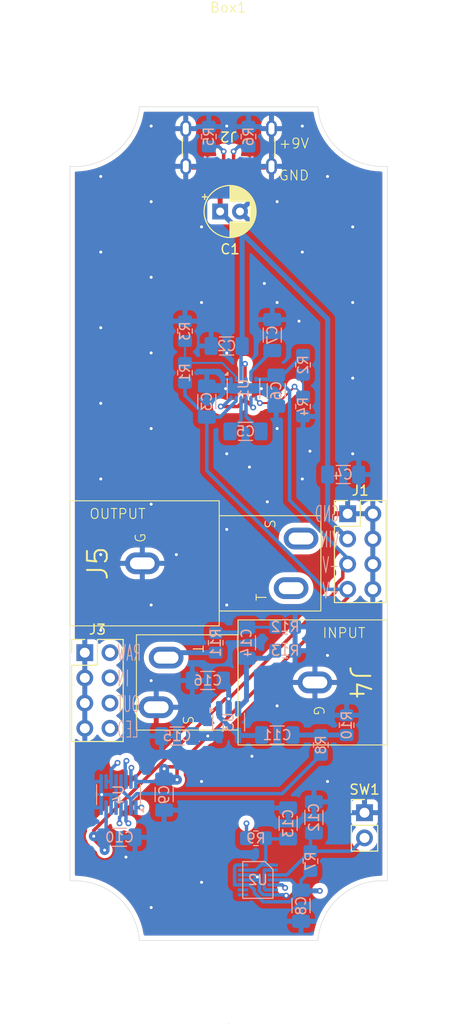
<source format=kicad_pcb>
(kicad_pcb (version 20240108) (generator "pcbnew") (generator_version "8.0")
  (layers (0 "F.Cu" jumper) (1 "In1.Cu" signal) (2 "In2.Cu" signal) (31 "B.Cu" signal) (34 "B.Paste" user) (35 "F.Paste" user) (36 "B.SilkS" user "B.Silkscreen") (37 "F.SilkS" user "F.Silkscreen") (38 "B.Mask" user) (39 "F.Mask" user) (44 "Edge.Cuts" user))
  (net 0 "")
  (net 1 "GND")
  (net 2 "VIN")
  (net 3 "Net-(C11-Pad2)")
  (net 4 "Net-(U1-C+)")
  (net 5 "Net-(U1-C-)")
  (net 6 "+V")
  (net 7 "Net-(U3--)")
  (net 8 "-V")
  (net 9 "LED")
  (net 10 "Net-(U1-CP)")
  (net 11 "Net-(U2A-C)")
  (net 12 "IN^{RAW}")
  (net 13 "OUT^{RAW}")
  (net 14 "CLR")
  (net 15 "BUFFERED")
  (net 16 "IN^{EFF}")
  (net 17 "OUT^{EFF}")
  (net 18 "IN")
  (net 19 "FB+")
  (net 20 "FB-")
  (net 21 "Net-(C14-Pad1)")
  (net 22 "Net-(J2-CC1)")
  (net 23 "EFF^{ENA}")
  (net 24 "Net-(J2-CC2)")
  (net 26 "Net-(U2A-D)")
  (footprint "Connector_PinHeader_2.54mm:PinHeader_2x04_P2.54mm_Vertical" (layer "F.Cu") (at 112 99)
    (property "Reference" "J1")
    (property "Value" "Conn_02x04_Odd_Even")
  )
  (footprint "Mylib:1590A" (layer "F.Cu") (at 100 100)
    (property "Reference" "Box1")
    (property "Value" "~")
  )
  (footprint "Connector_PinHeader_2.54mm:PinHeader_2x04_P2.54mm_Vertical" (layer "F.Cu") (at 85.5 113)
    (property "Reference" "J3")
    (property "Value" "Conn_02x04_Odd_Even")
  )
  (footprint "Mylib:CK-6.35" (layer "F.Cu") (at 103.2 116 180)
    (property "Reference" "J4")
    (property "Value" "AudioJack2_Ground")
  )
  (footprint "Capacitor_THT:CP_Radial_D5.0mm_P2.00mm" (layer "F.Cu") (at 99.144888 68.55)
    (property "Reference" "C1")
    (property "Value" "47uF")
  )
  (footprint "Connector_USB:USB_C_Receptacle_GCT_USB4125-xx-x-0190_6P_TopMnt_Horizontal" (layer "F.Cu") (at 100 61 180)
    (property "Reference" "J2")
    (property "Value" "USB_C_Receptacle_PowerOnly_6P")
  )
  (footprint "Mylib:CK-6.35" (layer "F.Cu") (at 96.8 104)
    (property "Reference" "J5")
    (property "Value" "AudioJack2_Ground")
  )
  (footprint "Connector_PinHeader_2.54mm:PinHeader_1x02_P2.54mm_Vertical" (layer "F.Cu") (at 113.7 129.125)
    (property "Reference" "SW1")
    (property "Value" "SW_Push")
  )
  (footprint "Package_SO:Texas_DYY0016A_TSOT-23-16_4.2x2.0mm_P0.5mm" (layer "B.Cu") (at 88.9 127.3 90)
    (property "Reference" "U4")
    (property "Value" "TMUX4053")
  )
  (footprint "Resistor_SMD:R_0805_2012Metric_Pad1.20x1.40mm_HandSolder" (layer "B.Cu") (at 98 61 90)
    (property "Reference" "R5")
    (property "Value" "5k1")
  )
  (footprint "Capacitor_SMD:C_1206_3216Metric_Pad1.33x1.80mm_HandSolder" (layer "B.Cu") (at 104.4 81 90)
    (property "Reference" "C7")
    (property "Value" "4.7uF")
  )
  (footprint "Capacitor_SMD:C_1206_3216Metric_Pad1.33x1.80mm_HandSolder" (layer "B.Cu") (at 89 131.6)
    (property "Reference" "C10")
    (property "Value" "0.1uF")
  )
  (footprint "Capacitor_SMD:C_1206_3216Metric_Pad1.33x1.80mm_HandSolder" (layer "B.Cu") (at 99.8 82.1 180)
    (property "Reference" "C2")
    (property "Value" "4.7uF")
  )
  (footprint "Package_SON:WSON-12-1EP_3x2mm_P0.5mm_EP1x2.65" (layer "B.Cu") (at 101.5 86.4 -90)
    (property "Reference" "U1")
    (property "Value" "LM27762")
  )
  (footprint "Resistor_SMD:R_0805_2012Metric_Pad1.20x1.40mm_HandSolder" (layer "B.Cu") (at 107.5 84 -90)
    (property "Reference" "R2")
    (property "Value" "200k")
  )
  (footprint "Capacitor_SMD:C_1206_3216Metric_Pad1.33x1.80mm_HandSolder" (layer "B.Cu") (at 104.9 121.3)
    (property "Reference" "C11")
    (property "Value" "1uF")
  )
  (footprint "Capacitor_SMD:C_1206_3216Metric_Pad1.33x1.80mm_HandSolder" (layer "B.Cu") (at 106 130.2 90)
    (property "Reference" "C13")
    (property "Value" "0.1uF")
  )
  (footprint "Capacitor_SMD:C_1206_3216Metric_Pad1.33x1.80mm_HandSolder" (layer "B.Cu") (at 101.7 90.7 180)
    (property "Reference" "C5")
    (property "Value" "1uF")
  )
  (footprint "Capacitor_SMD:C_1206_3216Metric_Pad1.33x1.80mm_HandSolder" (layer "B.Cu") (at 101.8 112 -90)
    (property "Reference" "C14")
    (property "Value" "0.1uF" (hide yes))
  )
  (footprint "Capacitor_SMD:C_1206_3216Metric_Pad1.33x1.80mm_HandSolder" (layer "B.Cu") (at 108.6 129.6 90)
    (property "Reference" "C12")
    (property "Value" "0.1uF")
  )
  (footprint "Resistor_SMD:R_0805_2012Metric_Pad1.20x1.40mm_HandSolder" (layer "B.Cu") (at 102.75 131.7)
    (property "Reference" "R9")
    (property "Value" "100k")
  )
  (footprint "Mylib:SOT-23-THIN-14" (layer "B.Cu") (at 102.95 135.9 180)
    (property "Reference" "U2")
    (property "Value" "74HC74")
  )
  (footprint "Resistor_SMD:R_0805_2012Metric_Pad1.20x1.40mm_HandSolder" (layer "B.Cu") (at 111.9 120.3 90)
    (property "Reference" "R10")
    (property "Value" "470k")
  )
  (footprint "Resistor_SMD:R_0805_2012Metric_Pad1.20x1.40mm_HandSolder" (layer "B.Cu") (at 98.7 112 90)
    (property "Reference" "R11")
    (property "Value" "10k" (hide yes))
  )
  (footprint "Resistor_SMD:R_0805_2012Metric_Pad1.20x1.40mm_HandSolder" (layer "B.Cu") (at 105.7 112.8)
    (property "Reference" "R13")
    (property "Value" "470k" (hide yes))
  )
  (footprint "Resistor_SMD:R_0805_2012Metric_Pad1.20x1.40mm_HandSolder" (layer "B.Cu") (at 108.25 134 90)
    (property "Reference" "R7")
    (property "Value" "100k")
  )
  (footprint "Resistor_SMD:R_0805_2012Metric_Pad1.20x1.40mm_HandSolder" (layer "B.Cu") (at 102 61 90)
    (property "Reference" "R6")
    (property "Value" "5k1")
  )
  (footprint "Resistor_SMD:R_0805_2012Metric_Pad1.20x1.40mm_HandSolder" (layer "B.Cu") (at 95.6 80.6 90)
    (property "Reference" "R3")
    (property "Value" "82k")
  )
  (footprint "Capacitor_SMD:C_1206_3216Metric_Pad1.33x1.80mm_HandSolder" (layer "B.Cu") (at 97.9 115.8 180)
    (property "Reference" "C16")
    (property "Value" "0.1uF" (hide yes))
  )
  (footprint "Resistor_SMD:R_0805_2012Metric_Pad1.20x1.40mm_HandSolder" (layer "B.Cu") (at 95.6 84.8 90)
    (property "Reference" "R1")
    (property "Value" "200k")
  )
  (footprint "Capacitor_SMD:C_1206_3216Metric_Pad1.33x1.80mm_HandSolder" (layer "B.Cu") (at 107.3 138.5 -90)
    (property "Reference" "C8")
    (property "Value" "0.1uF")
  )
  (footprint "Capacitor_SMD:C_1206_3216Metric_Pad1.33x1.80mm_HandSolder" (layer "B.Cu") (at 97.8 87.7 90)
    (property "Reference" "C3")
    (property "Value" "2.2uF")
  )
  (footprint "Resistor_SMD:R_0805_2012Metric_Pad1.20x1.40mm_HandSolder" (layer "B.Cu") (at 107.5 88.2 -90)
    (property "Reference" "R4")
    (property "Value" "82k")
  )
  (footprint "Capacitor_SMD:C_1206_3216Metric_Pad1.33x1.80mm_HandSolder" (layer "B.Cu") (at 111.55 95.05)
    (property "Reference" "C4")
    (property "Value" "1uF")
  )
  (footprint "Resistor_SMD:R_0805_2012Metric_Pad1.20x1.40mm_HandSolder" (layer "B.Cu") (at 109.3 122.3 -90)
    (property "Reference" "R8")
    (property "Value" "10k")
  )
  (footprint "Resistor_SMD:R_0805_2012Metric_Pad1.20x1.40mm_HandSolder" (layer "B.Cu") (at 105.7 110.4)
    (property "Reference" "R12")
    (property "Value" "1M0" (hide yes))
  )
  (footprint "Capacitor_SMD:C_1206_3216Metric_Pad1.33x1.80mm_HandSolder" (layer "B.Cu") (at 104.8 86.6 -90)
    (property "Reference" "C6")
    (property "Value" "2.2uF")
  )
  (footprint "Package_TO_SOT_SMD:SOT-23-5_HandSoldering" (layer "B.Cu") (at 100 120 -90)
    (property "Reference" "U3")
    (property "Value" "OPA1655" (hide yes))
  )
  (footprint "Capacitor_SMD:C_1206_3216Metric_Pad1.33x1.80mm_HandSolder" (layer "B.Cu") (at 94.8 121.4 180)
    (property "Reference" "C15")
    (property "Value" "0.1uF" (hide yes))
  )
  (footprint "Capacitor_SMD:C_1206_3216Metric_Pad1.33x1.80mm_HandSolder" (layer "B.Cu") (at 93.5 127.3 -90)
    (property "Reference" "C9")
    (property "Value" "0.1uF")
  )
  (gr_arc (start 109 142) (mid 111.257359 137.550253) (end 116 136) (stroke (width 0.05)) (layer "Edge.Cuts"))
  (gr_arc (start 91 58) (mid 88.742641 62.449747) (end 84 64) (stroke (width 0.05)) (layer "Edge.Cuts"))
  (gr_arc (start 116 64) (mid 111.261569 62.444812) (end 109 58) (stroke (width 0.05)) (layer "Edge.Cuts"))
  (gr_line (start 91 142) (end 109 142) (stroke (width 0.05)) (layer "Edge.Cuts"))
  (gr_line (start 116 64) (end 116 136) (stroke (width 0.05)) (layer "Edge.Cuts"))
  (gr_line (start 91 58) (end 109 58) (stroke (width 0.05)) (layer "Edge.Cuts"))
  (gr_line (start 84 136) (end 84 64) (stroke (width 0.05)) (layer "Edge.Cuts"))
  (gr_arc (start 84 136) (mid 88.742641 137.550253) (end 91 142) (stroke (width 0.05)) (layer "Edge.Cuts"))
  (gr_text "GND\nVIN\n-V\n+V" (at 111.2 107.7 0) (layer "B.SilkS") (effects (font (size 1.6 0.8) (thickness 0.1)) (justify left bottom mirror)))
  (gr_text "RAW\nIN\nOUT\nLED" (at 88.7 121.7 0) (layer "B.SilkS") (effects (font (size 1.6 0.8) (thickness 0.1)) (justify right bottom mirror)))
  (gr_text "INPUT" (at 109.4 111.6 0) (layer "F.SilkS") (effects (font (size 1 1) (thickness 0.1)) (justify left bottom)))
  (gr_text "+9V\n\nGND" (at 105 65.5 0) (layer "F.SilkS") (effects (font (size 1 1) (thickness 0.1)) (justify left bottom)))
  (gr_text "OUTPUT" (at 85.9 99.6 0) (layer "F.SilkS") (effects (font (size 1 1) (thickness 0.1)) (justify left bottom)))
  (via (at 103.6 75.8) (size 0.6) (drill 0.3) (layers "F.Cu" "B.Cu") (net 1))
  (via (at 92.19 90.4195) (size 0.6) (drill 0.3) (layers "F.Cu" "B.Cu") (net 1))
  (via (at 99.7 86.4) (size 0.6) (drill 0.3) (layers "F.Cu" "B.Cu") (net 1))
  (via (at 92.19 115.8195) (size 0.6) (drill 0.3) (layers "F.Cu" "B.Cu") (net 1))
  (via (at 92.19 98.0395) (size 0.6) (drill 0.3) (layers "F.Cu" "B.Cu") (net 1))
  (via (at 109.97 125.9795) (size 0.6) (drill 0.3) (layers "F.Cu" "B.Cu") (net 1))
  (via (at 92.19 59.9395) (size 0.6) (drill 0.3) (layers "F.Cu" "B.Cu") (net 1))
  (via (at 107.43 72.6395) (size 0.6) (drill 0.3) (layers "F.Cu" "B.Cu") (net 1))
  (via (at 107.43 95.4995) (size 0.6) (drill 0.3) (layers "F.Cu" "B.Cu") (net 1))
  (via (at 112.51 85.3395) (size 0.6) (drill 0.3) (layers "F.Cu" "B.Cu") (net 1))
  (via (at 87.11 87.8795) (size 0.6) (drill 0.3) (layers "F.Cu" "B.Cu") (net 1))
  (via (at 92.19 67.5595) (size 0.6) (drill 0.3) (layers "F.Cu" "B.Cu") (net 1))
  (via (at 104.89 67.5595) (size 0.6) (drill 0.3) (layers "F.Cu" "B.Cu") (net 1))
  (via (at 102.9 135.6) (size 0.6) (drill 0.3) (layers "F.Cu" "B.Cu") (net 1))
  (via (at 104.89 77.7195) (size 0.6) (drill 0.3) (layers "F.Cu" "B.Cu") (net 1))
  (via (at 99.81 59.9395) (size 0.6) (drill 0.3) (layers "F.Cu" "B.Cu") (net 1))
  (via (at 99.81 82.7995) (size 0.6) (drill 0.3) (layers "F.Cu" "B.Cu") (net 1))
  (via (at 109.97 65.0195) (size 0.6) (drill 0.3) (layers "F.Cu" "B.Cu") (net 1))
  (via (at 112.51 77.7195) (size 0.6) (drill 0.3) (layers "F.Cu" "B.Cu") (net 1))
  (via (at 112.51 70.0995) (size 0.6) (drill 0.3) (layers "F.Cu" "B.Cu") (net 1))
  (via (at 87.11 80.2595) (size 0.6) (drill 0.3) (layers "F.Cu" "B.Cu") (net 1))
  (via (at 109.97 113.2795) (size 0.6) (drill 0.3) (layers "F.Cu" "B.Cu") (net 1))
  (via (at 87.11 110.7395) (size 0.6) (drill 0.3) (layers "F.Cu" "B.Cu") (net 1))
  (via (at 89.65 133.5995) (size 0.6) (drill 0.3) (layers "F.Cu" "B.Cu") (net 1))
  (via (at 92.19 75.1795) (size 0.6) (drill 0.3) (layers "F.Cu" "B.Cu") (net 1))
  (via (at 94.73 103.1195) (size 0.6) (drill 0.3) (layers "F.Cu" "B.Cu") (net 1))
  (via (at 103.9 97.8) (size 0.6) (drill 0.3) (layers "F.Cu" "B.Cu") (net 1))
  (via (at 107.43 59.9395) (size 0.6) (drill 0.3) (layers "F.Cu" "B.Cu") (net 1))
  (via (at 92.19 138.6795) (size 0.6) (drill 0.3) (layers "F.Cu" "B.Cu") (net 1))
  (via (at 99.81 108.1995) (size 0.6) (drill 0.3) (layers "F.Cu" "B.Cu") (net 1))
  (via (at 102.35 123.4395) (size 0.6) (drill 0.3) (layers "F.Cu" "B.Cu") (net 1))
  (via (at 103.3 86.4) (size 0.6) (drill 0.3) (layers "F.Cu" "B.Cu") (net 1))
  (via (at 105.8 137.475) (size 0.6) (drill 0.3) (layers "F.Cu" "B.Cu") (net 1))
  (via (at 108.2 92.7) (size 0.6) (drill 0.3) (layers "F.Cu" "B.Cu") (net 1))
  (via (at 87.11 65.0195) (size 0.6) (drill 0.3) (layers "F.Cu" "B.Cu") (net 1))
  (via (at 97.27 70.0995) (size 0.6) (drill 0.3) (layers "F.Cu" "B.Cu") (net 1))
  (via (at 97.27 136.1395) (size 0.6) (drill 0.3) (layers "F.Cu" "B.Cu") (net 1))
  (via (at 87.11 72.6395) (size 0.6) (drill 0.3) (layers "F.Cu" "B.Cu") (net 1))
  (via (at 107.1 79.6) (size 0.6) (drill 0.3) (layers "F.Cu" "B.Cu") (net 1))
  (via (at 87.11 95.4995) (size 0.6) (drill 0.3) (layers "F.Cu" "B.Cu") (net 1))
  (via (at 99.81 100.5795) (size 0.6) (drill 0.3) (layers "F.Cu" "B.Cu") (net 1))
  (via (at 87.2 127.3) (size 0.6) (drill 0.3) (layers "F.Cu" "B.Cu") (net 1))
  (via (at 104.89 90.4195) (size 0.6) (drill 0.3) (layers "F.Cu" "B.Cu") (net 1))
  (via (at 87.11 103.1195) (size 0.6) (drill 0.3) (layers "F.Cu" "B.Cu") (net 1))
  (via (at 99.81 92.9595) (size 0.6) (drill 0.3) (layers "F.Cu" "B.Cu") (net 1))
  (via (at 97.27 125.9795) (size 0.6) (drill 0.3) (layers "F.Cu" "B.Cu") (net 1))
  (via (at 102.1 94.3) (size 0.6) (drill 0.3) (layers "F.Cu" "B.Cu") (net 1))
  (via (at 92.19 82.7995) (size 0.6) (drill 0.3) (layers "F.Cu" "B.Cu") (net 1))
  (via (at 97.27 77.7195) (size 0.6) (drill 0.3) (layers "F.Cu" "B.Cu") (net 1))
  (via (at 92.19 108.1995) (size 0.6) (drill 0.3) (layers "F.Cu" "B.Cu") (net 1))
  (via (at 112.51 92.9595) (size 0.6) (drill 0.3) (layers "F.Cu" "B.Cu") (net 1))
  (via (at 104.89 118.3595) (size 0.6) (drill 0.3) (layers "F.Cu" "B.Cu") (net 1))
  (segment (start 104.8 87.6) (end 104.8 88.1625) (width 1) (layer "B.Cu") (net 1))
  (segment (start 88.65 128.6125) (end 88.65 127.3) (width 0.35) (layer "B.Cu") (net 1))
  (segment (start 103.55 86.35) (end 104.8 87.6) (width 1) (layer "B.Cu") (net 1))
  (segment (start 87.15 128.6125) (end 86.7125 128.6125) (width 0.35) (layer "B.Cu") (net 1))
  (segment (start 88.65 127.3) (end 88.65 125.9875) (width 0.35) (layer "B.Cu") (net 1))
  (segment (start 87.15 128.6125) (end 87.15 127.35) (width 0.35) (layer "B.Cu") (net 1))
  (segment (start 101.45 135.9) (end 102.6 135.9) (width 0.35) (layer "B.Cu") (net 1))
  (segment (start 102.7 135.4) (end 102.9 135.6) (width 0.35) (layer "B.Cu") (net 1))
  (segment (start 88.2 127.3) (end 88.65 127.3) (width 0.35) (layer "B.Cu") (net 1))
  (segment (start 87.15 125.9875) (end 87.15 127.25) (width 0.35) (layer "B.Cu") (net 1))
  (segment (start 102.9 135.6) (end 103.1 135.8) (width 0.35) (layer "B.Cu") (net 1))
  (segment (start 86.4 126.2) (end 86.6125 125.9875) (width 0.35) (layer "B.Cu") (net 1))
  (segment (start 102.6 135.9) (end 102.9 135.6) (width 0.35) (layer "B.Cu") (net 1))
  (segment (start 103.492894 137.4) (end 104.45 137.4) (width 0.35) (layer "B.Cu") (net 1))
  (segment (start 86.4 128.3) (end 86.4 126.2) (width 0.35) (layer "B.Cu") (net 1))
  (segment (start 97.8 86.1375) (end 98.0125 86.35) (width 1) (layer "B.Cu") (net 1))
  (segment (start 105.725 137.4) (end 104.45 137.4) (width 0.35) (layer "B.Cu") (net 1))
  (segment (start 88.15 128.6125) (end 88.15 127.35) (width 0.35) (layer "B.Cu") (net 1))
  (segment (start 100.25 86.15) (end 100.5 86.4) (width 0.35) (layer "B.Cu") (net 1))
  (segment (start 101.45 135.4) (end 102.7 135.4) (width 0.35) (layer "B.Cu") (net 1))
  (segment (start 87.15 127.25) (end 87.2 127.3) (width 0.35) (layer "B.Cu") (net 1))
  (segment (start 100.25 85.45) (end 100.25 86.15) (width 0.35) (layer "B.Cu") (net 1))
  (segment (start 87.15 127.35) (end 87.2 127.3) (width 0.35) (layer "B.Cu") (net 1))
  (segment (start 103.1 135.8) (end 103.1 137.007106) (width 0.35) (layer "B.Cu") (net 1))
  (segment (start 103.1 137.007106) (end 103.492894 137.4) (width 0.35) (layer "B.Cu") (net 1))
  (segment (start 88.15 127.35) (end 88.2 127.3) (width 0.35) (layer "B.Cu") (net 1))
  (segment (start 86.7125 128.6125) (end 86.4 128.3) (width 0.35) (layer "B.Cu") (net 1))
  (segment (start 101.75 85.45) (end 101.75 86.15) (width 0.35) (layer "B.Cu") (net 1))
  (segment (start 98.0125 86.35) (end 103.55 86.35) (width 1) (layer "B.Cu") (net 1))
  (segment (start 105.8 137.475) (end 105.725 137.4) (width 0.35) (layer "B.Cu") (net 1))
  (segment (start 86.6125 125.9875) (end 87.15 125.9875) (width 0.35) (layer "B.Cu") (net 1))
  (segment (start 87.2 127.3) (end 88.2 127.3) (width 0.35) (layer "B.Cu") (net 1))
  (segment (start 101.52 64.68) (end 101.12 65.08) (width 0.5) (layer "F.Cu") (net 2))
  (segment (start 99.144888 68.55) (end 99.144888 65.285112) (width 0.5) (layer "F.Cu") (net 2))
  (segment (start 101.65 83.9) (end 101.65 87.475) (width 0.35) (layer "F.Cu") (net 2))
  (segment (start 99.144888 65.285112) (end 99.35 65.08) (width 0.5) (layer "F.Cu") (net 2))
  (segment (start 99.35 65.08) (end 98.86 65.08) (width 0.5) (layer "F.Cu") (net 2))
  (segment (start 101.65 87.475) (end 102.475 88.3) (width 0.35) (layer "F.Cu") (net 2))
  (segment (start 100.925 88.2) (end 101.65 87.475) (width 0.35) (layer "F.Cu") (net 2))
  (segment (start 99.2 88.2) (end 100.925 88.2) (width 0.35) (layer "F.Cu") (net 2))
  (segment (start 98.86 65.08) (end 98.48 64.7) (width 0.5) (layer "F.Cu") (net 2))
  (segment (start 101.12 65.08) (end 99.35 65.08) (width 0.5) (layer "F.Cu") (net 2))
  (segment (start 101.52 64.08) (end 101.52 64.68) (width 0.5) (layer "F.Cu") (net 2))
  (segment (start 98.48 64.7) (end 98.48 64.08) (width 0.5) (layer "F.Cu") (net 2))
  (via (at 109.2 137) (size 0.6) (drill 0.3) (layers "F.Cu" "B.Cu") (net 2))
  (via (at 101.65 83.9) (size 0.6) (drill 0.3) (layers "F.Cu" "B.Cu") (net 2))
  (via (at 101.8 130.2) (size 0.6) (drill 0.3) (layers "F.Cu" "B.Cu") (net 2))
  (via (at 102.475 88.3) (size 0.6) (drill 0.3) (layers "F.Cu" "B.Cu") (net 2))
  (via (at 89.9 130.2) (size 0.6) (drill 0.3) (layers "F.Cu" "B.Cu") (net 2))
  (via (at 99.2 88.2) (size 0.6) (drill 0.3) (layers "F.Cu" "B.Cu") (net 2))
  (segment (start 102.6 136.9) (end 102.6 137.214213) (width 0.35) (layer "B.Cu") (net 2))
  (segment (start 102.25 87.35) (end 102.25 88.075) (width 0.35) (layer "B.Cu") (net 2))
  (segment (start 100.6 136.375) (end 100.6 134.55) (width 0.35) (layer "B.Cu") (net 2))
  (segment (start 103.485787 138.1) (end 106.1375 138.1) (width 0.35) (layer "B.Cu") (net 2))
  (segment (start 100.625 136.4) (end 100.6 136.375) (width 0.35) (layer "B.Cu") (net 2))
  (segment (start 106.1375 138.1) (end 107.3 136.9375) (width 0.35) (layer "B.Cu") (net 2))
  (segment (start 101.3625 82.1) (end 101.3625 70.767612) (width 0.5) (layer "B.Cu") (net 2))
  (segment (start 89.65 129.95) (end 89.65 128.6125) (width 0.35) (layer "B.Cu") (net 2))
  (segment (start 106.2625 135.9) (end 107.3 136.9375) (width 0.35) (layer "B.Cu") (net 2))
  (segment (start 104.45 135.9) (end 106.2625 135.9) (width 0.35) (layer "B.Cu") (net 2))
  (segment (start 109.9875 79.392612) (end 101.3625 70.767612) (width 0.5) (layer "B.Cu") (net 2))
  (segment (start 101.25 85.45) (end 101.25 82.2125) (width 0.35) (layer "B.Cu") (net 2))
  (segment (start 109.2 137) (end 107.3625 137) (width 0.5) (layer "B.Cu") (net 2))
  (segment (start 99.4 88.2) (end 99.2 88.2) (width 0.35) (layer "B.Cu") (net 2))
  (segment (start 109.9875 99.5275) (end 112 101.54) (width 0.5) (layer "B.Cu") (net 2))
  (segment (start 107.3625 137) (end 107.3 136.9375) (width 0.5) (layer "B.Cu") (net 2))
  (segment (start 102.25 88.075) (end 102.475 88.3) (width 0.35) (layer "B.Cu") (net 2))
  (segment (start 101.8 130.2) (end 101.8 131.65) (width 0.35) (layer "B.Cu") (net 2))
  (segment (start 101.45 136.4) (end 100.625 136.4) (width 0.35) (layer "B.Cu") (net 2))
  (segment (start 107.3 136.9375) (end 107.3 135.95) (width 0.35) (layer "B.Cu") (net 2))
  (segment (start 101.45 136.4) (end 102.1 136.4) (width 0.35) (layer "B.Cu") (net 2))
  (segment (start 109.9875 95.05) (end 109.9875 79.392612) (width 0.5) (layer "B.Cu") (net 2))
  (segment (start 102.6 137.214213) (end 103.485787 138.1) (width 0.35) (layer "B.Cu") (net 2))
  (segment (start 100.75 134.4) (end 101.45 134.4) (width 0.35) (layer "B.Cu") (net 2))
  (segment (start 102.1 136.4) (end 102.6 136.9) (width 0.35) (layer "B.Cu") (net 2))
  (segment (start 100.25 87.35) (end 99.4 88.2) (width 0.35) (layer "B.Cu") (net 2))
  (segment (start 100.6 134.55) (end 100.75 134.4) (width 0.35) (layer "B.Cu") (net 2))
  (segment (start 101.8 131.65) (end 101.75 131.7) (width 0.35) (layer "B.Cu") (net 2))
  (segment (start 109.9875 95.05) (end 109.9875 99.5275) (width 0.5) (layer "B.Cu") (net 2))
  (segment (start 101.3625 70.767612) (end 99.144888 68.55) (width 0.5) (layer "B.Cu") (net 2))
  (segment (start 89.9 130.2) (end 89.65 129.95) (width 0.35) (layer "B.Cu") (net 2))
  (segment (start 107.3 135.95) (end 108.25 135) (width 0.35) (layer "B.Cu") (net 2))
  (segment (start 106.4625 121.3) (end 111.9 121.3) (width 0.5) (layer "B.Cu") (net 3))
  (segment (start 101.25 89.5875) (end 100.1375 90.7) (width 0.35) (layer "B.Cu") (net 4))
  (segment (start 101.25 87.35) (end 101.25 89.5875) (width 0.35) (layer "B.Cu") (net 4))
  (segment (start 101.75 89.1875) (end 103.2625 90.7) (width 0.35) (layer "B.Cu") (net 5))
  (segment (start 101.75 87.35) (end 101.75 89.1875) (width 0.35) (layer "B.Cu") (net 5))
  (segment (start 98.05 121.4) (end 97.9 121.4) (width 0.35) (layer "F.Cu") (net 6))
  (segment (start 93.7 124.5) (end 93.5 124.7) (width 0.35) (layer "F.Cu") (net 6))
  (segment (start 97.9 121.4) (end 94.8 124.5) (width 0.35) (layer "F.Cu") (net 6))
  (segment (start 112 106.62) (end 112 107.45) (width 0.35) (layer "F.Cu") (net 6))
  (segment (start 94.8 124.5) (end 94.8 125.8) (width 0.35) (layer "F.Cu") (net 6))
  (segment (start 94.8 124.5) (end 93.7 124.5) (width 0.35) (layer "F.Cu") (net 6))
  (segment (start 112 107.45) (end 98.05 121.4) (width 0.35) (layer "F.Cu") (net 6))
  (via (at 93.5 124.7) (size 0.6) (drill 0.3) (layers "F.Cu" "B.Cu") (net 6))
  (via (at 97.9 121.4) (size 0.6) (drill 0.3) (layers "F.Cu" "B.Cu") (net 6))
  (via (at 94.8 125.8) (size 0.6) (drill 0.3) (layers "F.Cu" "B.Cu") (net 6))
  (segment (start 93.5 125.7375) (end 93.25 125.9875) (width 0.35) (layer "B.Cu") (net 6))
  (segment (start 96.3625 121.4) (end 99 121.4) (width 1) (layer "B.Cu") (net 6))
  (segment (start 90.65 125.9875) (end 93.25 125.9875) (width 0.35) (layer "B.Cu") (net 6))
  (segment (start 95.6 87.0625) (end 97.8 89.2625) (width 0.35) (layer "B.Cu") (net 6))
  (segment (start 93.5625 125.8) (end 93.5 125.7375) (width 1) (layer "B.Cu") (net 6))
  (segment (start 97.8 89.2625) (end 97.8 94.665254) (width 0.35) (layer "B.Cu") (net 6))
  (segment (start 97.8 89.2625) (end 99.13724 89.2625) (width 0.35) (layer "B.Cu") (net 6))
  (segment (start 94.8 125.8) (end 93.5625 125.8) (width 1) (layer "B.Cu") (net 6))
  (segment (start 95.6 85.8) (end 95.6 87.0625) (width 0.35) (layer "B.Cu") (net 6))
  (segment (start 99.13724 89.2625) (end 100.75 87.64974) (width 0.35) (layer "B.Cu") (net 6))
  (segment (start 100.75 87.64974) (end 100.75 87.35) (width 0.35) (layer "B.Cu") (net 6))
  (segment (start 109.754746 106.62) (end 112 106.62) (width 0.35) (layer "B.Cu") (net 6))
  (segment (start 93.5 124.7) (end 93.5 125.7375) (width 1) (layer "B.Cu") (net 6))
  (segment (start 97.8 94.665254) (end 109.754746 106.62) (width 0.35) (layer "B.Cu") (net 6))
  (segment (start 99.05 119.45) (end 100.95 121.35) (width 0.5) (layer "B.Cu") (net 7))
  (segment (start 100.95 121.35) (end 103.2875 121.35) (width 0.5) (layer "B.Cu") (net 7))
  (segment (start 99.05 118.65) (end 99.05 119.45) (width 0.3) (layer "B.Cu") (net 7))
  (segment (start 111.513299 105.445) (end 111.513299 104.566701) (width 0.35) (layer "F.Cu") (net 8))
  (segment (start 111.513299 104.566701) (end 112 104.08) (width 0.35) (layer "F.Cu") (net 8))
  (segment (start 99.999994 117.65) (end 99.666116 117.65) (width 0.35) (layer "F.Cu") (net 8))
  (segment (start 86.4 131.5) (end 86.4 131.8) (width 0.35) (layer "F.Cu") (net 8))
  (segment (start 111.513299 105.445) (end 110.825 106.133299) (width 0.35) (layer "F.Cu") (net 8))
  (segment (start 99.666116 117.65) (end 86.4 130.916116) (width 0.35) (layer "F.Cu") (net 8))
  (segment (start 110.825 106.133299) (end 110.825 106.825) (width 0.35) (layer "F.Cu") (net 8))
  (segment (start 86.4 131.8) (end 87.5 132.9) (width 0.35) (layer "F.Cu") (net 8))
  (segment (start 100 117.65) (end 99.999994 117.65) (width 0.35) (layer "F.Cu") (net 8))
  (segment (start 86.4 130.916116) (end 86.4 131.5) (width 0.35) (layer "F.Cu") (net 8))
  (segment (start 110.825 106.825) (end 100 117.65) (width 0.35) (layer "F.Cu") (net 8))
  (via (at 86.4 131.5) (size 0.6) (drill 0.3) (layers "F.Cu" "B.Cu") (net 8))
  (via (at 87.5 132.9) (size 0.6) (drill 0.3) (layers "F.Cu" "B.Cu") (net 8))
  (via (at 99.999994 117.65) (size 0.6) (drill 0.3) (layers "F.Cu" "B.Cu") (net 8))
  (segment (start 87.5 131.6625) (end 87.4375 131.6) (width 1) (layer "B.Cu") (net 8))
  (segment (start 106.15 97.65) (end 112 103.5) (width 0.35) (layer "B.Cu") (net 8))
  (segment (start 104.8 85.3) (end 106.15 86.65) (width 0.35) (layer "B.Cu") (net 8))
  (segment (start 87.3375 131.5) (end 87.4375 131.6) (width 1) (layer "B.Cu") (net 8))
  (segment (start 100 117.649994) (end 99.999994 117.65) (width 0.5) (layer "B.Cu") (net 8))
  (segment (start 102.75 85.45) (end 104.3875 85.45) (width 0.35) (layer "B.Cu") (net 8))
  (segment (start 100 118.65) (end 100 117.650006) (width 0.5) (layer "B.Cu") (net 8))
  (segment (start 100 116.3375) (end 100 117.649994) (width 0.5) (layer "B.Cu") (net 8))
  (segment (start 100 116.3375) (end 99.4625 115.8) (width 0.3) (layer "B.Cu") (net 8))
  (segment (start 86.4 131.5) (end 87.3375 131.5) (width 1) (layer "B.Cu") (net 8))
  (segment (start 87.65 131.3875) (end 87.4375 131.6) (width 0.35) (layer "B.Cu") (net 8))
  (segment (start 105.4625 85.0375) (end 107.5 83) (width 0.35) (layer "B.Cu") (net 8))
  (segment (start 100 117.650006) (end 99.999994 117.65) (width 0.5) (layer "B.Cu") (net 8))
  (segment (start 106.15 86.65) (end 106.15 97.65) (width 0.35) (layer "B.Cu") (net 8))
  (segment (start 87.5 132.9) (end 87.5 131.6625) (width 1) (layer "B.Cu") (net 8))
  (segment (start 87.65 128.6125) (end 87.65 131.3875) (width 0.35) (layer "B.Cu") (net 8))
  (via (at 89 130.2) (size 0.6) (drill 0.3) (layers "F.Cu" "B.Cu") (net 9))
  (segment (start 89.15 129.435788) (end 89 129.585788) (width 0.35) (layer "B.Cu") (net 9))
  (segment (start 89.15 128.6125) (end 89.15 129.435788) (width 0.35) (layer "B.Cu") (net 9))
  (segment (start 89 129.585788) (end 89 130.2) (width 0.35) (layer "B.Cu") (net 9))
  (segment (start 102.25 85.45) (end 102.25 84.7125) (width 0.35) (layer "B.Cu") (net 10))
  (segment (start 102.25 84.7125) (end 104.4 82.5625) (width 0.35) (layer "B.Cu") (net 10))
  (segment (start 105.85 135.4) (end 108.25 133) (width 0.35) (layer "B.Cu") (net 11))
  (segment (start 108.25 133) (end 112.365 133) (width 0.35) (layer "B.Cu") (net 11))
  (segment (start 108.25 133) (end 108.25 131.5125) (width 0.35) (layer "B.Cu") (net 11))
  (segment (start 112.365 133) (end 113.7 131.665) (width 0.35) (layer "B.Cu") (net 11))
  (segment (start 108.25 131.5125) (end 108.6 131.1625) (width 0.35) (layer "B.Cu") (net 11))
  (segment (start 104.45 135.4) (end 105.85 135.4) (width 0.35) (layer "B.Cu") (net 11))
  (segment (start 98.7 113) (end 94.2 113) (width 0.5) (layer "B.Cu") (net 12))
  (via (at 90.2 124.6) (size 0.6) (drill 0.3) (layers "F.Cu" "B.Cu") (net 13))
  (segment (start 90.15 124.65) (end 90.2 124.6) (width 0.35) (layer "B.Cu") (net 13))
  (segment (start 90.15 125.9875) (end 90.15 124.65) (width 0.35) (layer "B.Cu") (net 13))
  (segment (start 102.75 134.9) (end 103.25 134.4) (width 0.35) (layer "B.Cu") (net 14))
  (segment (start 106 131.7625) (end 103.8125 131.7625) (width 0.35) (layer "B.Cu") (net 14))
  (segment (start 103.25 134.4) (end 104.45 134.4) (width 0.35) (layer "B.Cu") (net 14))
  (segment (start 103.75 131.7) (end 103.75 133.9) (width 0.35) (layer "B.Cu") (net 14))
  (segment (start 103.8125 131.7625) (end 103.75 131.7) (width 0.35) (layer "B.Cu") (net 14))
  (segment (start 103.75 133.9) (end 103.25 134.4) (width 0.35) (layer "B.Cu") (net 14))
  (segment (start 101.45 134.9) (end 102.75 134.9) (width 0.35) (layer "B.Cu") (net 14))
  (segment (start 90.739212 127.2) (end 105.4 127.2) (width 0.35) (layer "B.Cu") (net 15))
  (segment (start 105.4 127.2) (end 109.3 123.3) (width 0.35) (layer "B.Cu") (net 15))
  (segment (start 90.15 127.789212) (end 89.410788 127.05) (width 0.35) (layer "B.Cu") (net 15))
  (segment (start 89.410788 127.05) (end 89.389212 127.05) (width 0.35) (layer "B.Cu") (net 15))
  (segment (start 90.15 128.6125) (end 90.15 127.789212) (width 0.35) (layer "B.Cu") (net 15))
  (segment (start 89.389212 127.05) (end 89.15 126.810788) (width 0.35) (layer "B.Cu") (net 15))
  (segment (start 89.15 126.810788) (end 89.15 125.9875) (width 0.35) (layer "B.Cu") (net 15))
  (segment (start 90.15 127.789212) (end 90.739212 127.2) (width 0.35) (layer "B.Cu") (net 15))
  (via (at 89.7 123.9) (size 0.6) (drill 0.3) (layers "F.Cu" "B.Cu") (net 16))
  (segment (start 89.65 124.933884) (end 89.575 124.858884) (width 0.35) (layer "B.Cu") (net 16))
  (segment (start 89.575 124.858884) (end 89.575 124.025) (width 0.35) (layer "B.Cu") (net 16))
  (segment (start 89.65 125.9875) (end 89.65 124.933884) (width 0.35) (layer "B.Cu") (net 16))
  (segment (start 89.575 124.025) (end 89.7 123.9) (width 0.35) (layer "B.Cu") (net 16))
  (via (at 91.2 128.6) (size 0.6) (drill 0.3) (layers "F.Cu" "B.Cu") (net 17))
  (segment (start 91.1875 128.6125) (end 90.65 128.6125) (width 0.35) (layer "B.Cu") (net 17))
  (segment (start 91.2 128.6) (end 91.1875 128.6125) (width 0.35) (layer "B.Cu") (net 17))
  (segment (start 103.9375 113.5625) (end 104.7 112.8) (width 0.5) (layer "B.Cu") (net 18))
  (segment (start 101.8 117.8) (end 100.95 118.65) (width 0.5) (layer "B.Cu") (net 18))
  (segment (start 101.8 113.5625) (end 103.9375 113.5625) (width 0.5) (layer "B.Cu") (net 18))
  (segment (start 101.8 113.5625) (end 101.8 117.8) (width 0.5) (layer "B.Cu") (net 18))
  (segment (start 95.6 83.8) (end 99.349999 83.8) (width 0.2) (layer "B.Cu") (net 19))
  (segment (start 95.6 81.6) (end 95.6 83.8) (width 0.2) (layer "B.Cu") (net 19))
  (segment (start 99.349999 83.8) (end 100.75 85.200001) (width 0.2) (layer "B.Cu") (net 19))
  (segment (start 100.75 85.200001) (end 100.75 85.45) (width 0.2) (layer "B.Cu") (net 19))
  (segment (start 105 87.85) (end 106.65 86.2) (width 0.2) (layer "F.Cu") (net 20))
  (segment (start 103.15 87.85) (end 105 87.85) (width 0.2) (layer "F.Cu") (net 20))
  (via (at 106.65 86.2) (size 0.6) (drill 0.3) (layers "F.Cu" "B.Cu") (net 20))
  (via (at 103.15 87.85) (size 0.6) (drill 0.3) (layers "F.Cu" "B.Cu") (net 20))
  (segment (start 107.5 85) (end 107.5 87.2) (width 0.2) (layer "B.Cu") (net 20))
  (segment (start 107.5 87.05) (end 106.65 86.2) (width 0.2) (layer "B.Cu") (net 20))
  (segment (start 102.75 87.45) (end 103.15 87.85) (width 0.2) (layer "B.Cu") (net 20))
  (segment (start 101.2375 111) (end 101.8 110.4375) (width 0.3) (layer "B.Cu") (net 21))
  (segment (start 98.7 111) (end 101.2375 111) (width 0.5) (layer "B.Cu") (net 21))
  (segment (start 101.8 110.4375) (end 104.6625 110.4375) (width 0.3) (layer "B.Cu") (net 21))
  (segment (start 100.5 62.5) (end 100.5 64.08) (width 0.35) (layer "F.Cu") (net 22))
  (via (at 100.5 62.5) (size 0.6) (drill 0.3) (layers "F.Cu" "B.Cu") (net 22))
  (segment (start 101 62) (end 100.5 62.5) (width 0.35) (layer "B.Cu") (net 22))
  (segment (start 102 62) (end 101 62) (width 0.35) (layer "B.Cu") (net 22))
  (via (at 105.7 136.7) (size 0.6) (drill 0.3) (layers "F.Cu" "B.Cu") (net 23))
  (via (at 88.8 124.1) (size 0.6) (drill 0.3) (layers "F.Cu" "B.Cu") (net 23))
  (segment (start 88.15 124.75) (end 88.8 124.1) (width 0.35) (layer "B.Cu") (net 23))
  (segment (start 105.4 136.4) (end 105.7 136.7) (width 0.35) (layer "B.Cu") (net 23))
  (segment (start 87.65 125.9875) (end 88.15 125.9875) (width 0.35) (layer "B.Cu") (net 23))
  (segment (start 104.45 136.4) (end 105.4 136.4) (width 0.35) (layer "B.Cu") (net 23))
  (segment (start 88.15 125.9875) (end 88.15 124.75) (width 0.35) (layer "B.Cu") (net 23))
  (segment (start 99.5 62.5) (end 99.5 64.08) (width 0.35) (layer "F.Cu") (net 24))
  (via (at 99.5 62.5) (size 0.6) (drill 0.3) (layers "F.Cu" "B.Cu") (net 24))
  (segment (start 99 62) (end 99.5 62.5) (width 0.35) (layer "B.Cu") (net 24))
  (segment (start 98 62) (end 99 62) (width 0.35) (layer "B.Cu") (net 24))
  (segment (start 103.7 136.9) (end 104.45 136.9) (width 0.35) (layer "B.Cu") (net 26))
  (segment (start 103.625 134.9) (end 103.6 134.925) (width 0.35) (layer "B.Cu") (net 26))
  (segment (start 103.6 134.925) (end 103.6 136.8) (width 0.35) (layer "B.Cu") (net 26))
  (segment (start 104.45 134.9) (end 103.625 134.9) (width 0.35) (layer "B.Cu") (net 26))
  (segment (start 103.6 136.8) (end 103.7 136.9) (width 0.35) (layer "B.Cu") (net 26))
  (zone (net 1) (net_name "GND") (layers "F.Cu" "In1.Cu" "In2.Cu" "B.Cu") (connect_pads (clearance 0.5)) (min_thickness 0.25) (fill yes (thermal_gap 0.5) (thermal_bridge_width 0.5) (smoothing fillet) (radius 1))
    (polygon (pts (xy 80.7 50) (xy 119.3 50) (xy 119.3 150) (xy 80.7 150)))
  )
)
</source>
